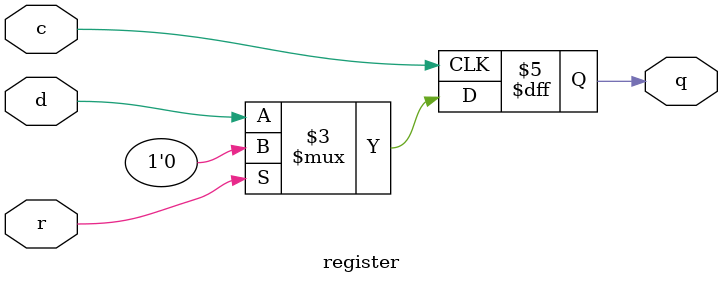
<source format=sv>

(* dont_touch="true" *)
module register (
  input c,
  input r,
  input d,
  output reg q
);

always @(posedge c) begin
  if (r) begin
    q <= 1'b0;
  end else begin
    q <= d;
  end
end

endmodule

</source>
